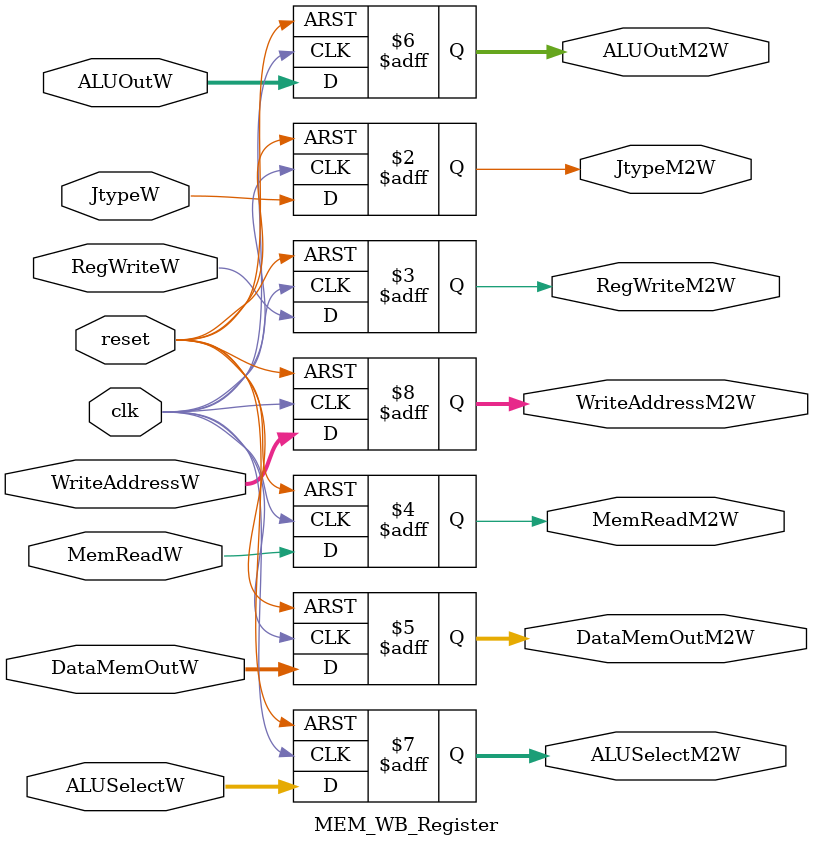
<source format=v>
module MEM_WB_Register (
    input         clk,
    input         reset,

    // Inputs from Memory stage
    input         JtypeW,
    input         RegWriteW,
    input         MemReadW,
    input  [31:0] DataMemOutW,
    input  [31:0] ALUOutW,
    input  [5:0]  ALUSelectW,
    input  [4:0]  WriteAddressW,

    // Outputs to WriteBack stage
    output reg        JtypeM2W,
    output reg        RegWriteM2W,
    output reg        MemReadM2W,
    output reg [31:0] DataMemOutM2W,
    output reg [31:0] ALUOutM2W,
    output reg [5:0]  ALUSelectM2W,
    output reg [4:0]  WriteAddressM2W
);

    always @(posedge clk or posedge reset) begin
        if (reset) begin
            JtypeM2W        <= 1'b0;
            RegWriteM2W     <= 1'b0;
            MemReadM2W      <= 1'b0;
            DataMemOutM2W   <= 32'b0;
            ALUOutM2W       <= 32'b0;
            ALUSelectM2W    <= 4'b0;
            WriteAddressM2W <= 5'b0;
        end else begin
            JtypeM2W        <= JtypeW;
            RegWriteM2W     <= RegWriteW;
            MemReadM2W      <= MemReadW;
            DataMemOutM2W   <= DataMemOutW;
            ALUOutM2W       <= ALUOutW;
            ALUSelectM2W    <= ALUSelectW;
            WriteAddressM2W <= WriteAddressW;
        end
    end

endmodule

</source>
